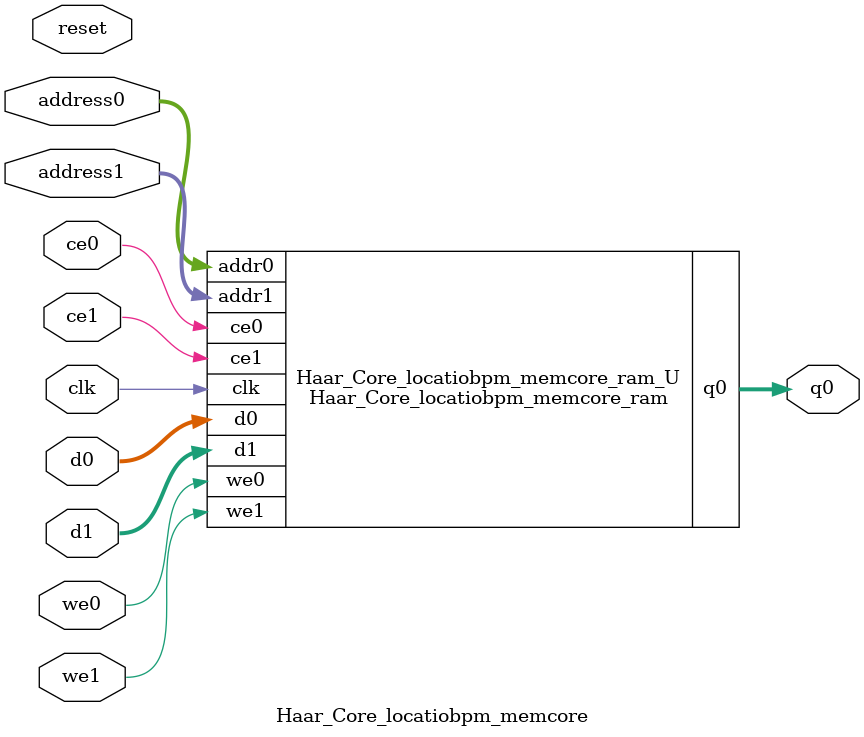
<source format=v>

`timescale 1 ns / 1 ps
module Haar_Core_locatiobpm_memcore_ram (addr0, ce0, d0, we0, q0, addr1, ce1, d1, we1,  clk);

parameter DWIDTH = 16;
parameter AWIDTH = 9;
parameter MEM_SIZE = 400;

input[AWIDTH-1:0] addr0;
input ce0;
input[DWIDTH-1:0] d0;
input we0;
output reg[DWIDTH-1:0] q0;
input[AWIDTH-1:0] addr1;
input ce1;
input[DWIDTH-1:0] d1;
input we1;
input clk;

(* ram_style = "block" *)reg [DWIDTH-1:0] ram[0:MEM_SIZE-1];




always @(posedge clk)  
begin 
    if (ce0) 
    begin
        if (we0) 
        begin 
            ram[addr0] <= d0; 
            q0 <= d0;
        end 
        else 
            q0 <= ram[addr0];
    end
end


always @(posedge clk)  
begin 
    if (ce1) 
    begin
        if (we1) 
        begin 
            ram[addr1] <= d1; 
        end 
    end
end


endmodule


`timescale 1 ns / 1 ps
module Haar_Core_locatiobpm_memcore(
    reset,
    clk,
    address0,
    ce0,
    we0,
    d0,
    q0,
    address1,
    ce1,
    we1,
    d1);

parameter DataWidth = 32'd16;
parameter AddressRange = 32'd400;
parameter AddressWidth = 32'd9;
input reset;
input clk;
input[AddressWidth - 1:0] address0;
input ce0;
input we0;
input[DataWidth - 1:0] d0;
output[DataWidth - 1:0] q0;
input[AddressWidth - 1:0] address1;
input ce1;
input we1;
input[DataWidth - 1:0] d1;



Haar_Core_locatiobpm_memcore_ram Haar_Core_locatiobpm_memcore_ram_U(
    .clk( clk ),
    .addr0( address0 ),
    .ce0( ce0 ),
    .we0( we0 ),
    .d0( d0 ),
    .q0( q0 ),
    .addr1( address1 ),
    .ce1( ce1 ),
    .we1( we1 ),
    .d1( d1 ));

endmodule


</source>
